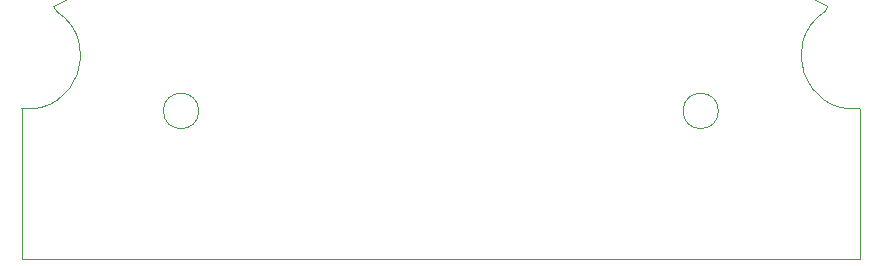
<source format=gbr>
G04 #@! TF.FileFunction,Profile,NP*
%FSLAX46Y46*%
G04 Gerber Fmt 4.6, Leading zero omitted, Abs format (unit mm)*
G04 Created by KiCad (PCBNEW 4.0.5+dfsg1-4~bpo8+1) date Wed Feb  7 22:28:11 2018*
%MOMM*%
%LPD*%
G01*
G04 APERTURE LIST*
%ADD10C,0.100000*%
G04 APERTURE END LIST*
D10*
X179390804Y-115491758D02*
G75*
G03X179390804Y-115491758I-1500000J0D01*
G01*
X191390804Y-128034399D02*
X191390804Y-115303070D01*
X120390804Y-128034399D02*
X191390804Y-128034399D01*
X123127434Y-106652415D02*
G75*
G02X188654174Y-106652415I32763370J-60849933D01*
G01*
X120390804Y-115303070D02*
X120390804Y-128034399D01*
X191390804Y-115303069D02*
G75*
G02X188427871Y-107064775I-500000J4472135D01*
G01*
X188654176Y-106652415D02*
G75*
G02X188427871Y-107064775I-499964J6103D01*
G01*
X123353738Y-107064775D02*
G75*
G02X123127434Y-106652415I273659J418463D01*
G01*
X123353737Y-107064774D02*
G75*
G02X120390804Y-115303070I-2462933J-3766160D01*
G01*
X135390804Y-115491758D02*
G75*
G03X135390804Y-115491758I-1500000J0D01*
G01*
M02*

</source>
